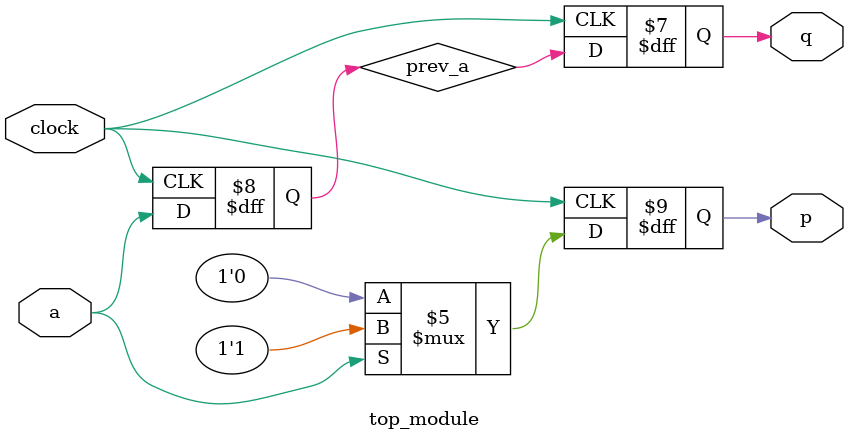
<source format=sv>
module top_module (
    input clock,
    input a, 
    output reg p,
    output reg q
);
    reg prev_a;

    always @(posedge clock) begin
        if (a) begin
            p <= 1;
        end else begin
            p <= 0;
        end
    end

    always @(negedge clock) begin
        prev_a <= a;
        if (!clock) begin
            q <= prev_a;
        end
    end
endmodule

</source>
